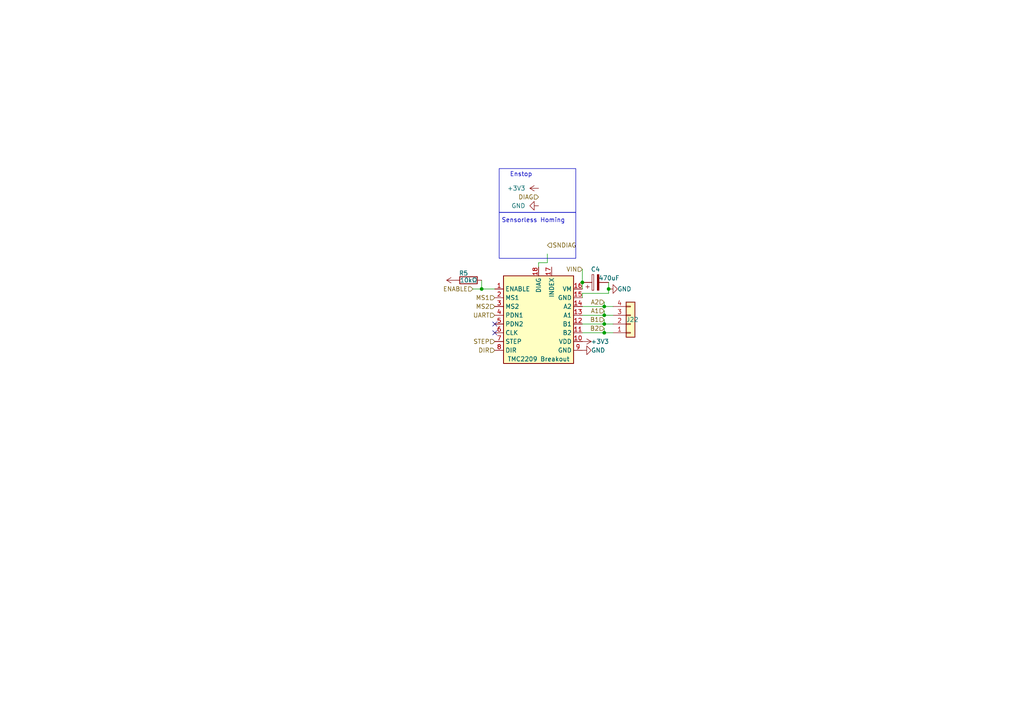
<source format=kicad_sch>
(kicad_sch (version 20250114) (generator "eeschema") (generator_version "9.0")
  (paper "A4")
  (lib_symbols
    (symbol "Connector_Generic:Conn_01x04" (pin_names (offset 1.016) (hide yes))
      (property "Reference" "J" (at 0 5.08 0))
      (property "Value" "Conn_01x04" (at 0 -7.62 0))
      (symbol "Conn_01x04_1_1"
        (rectangle (start -1.27 3.81) (end 1.27 -6.35) (stroke (width 0.254)) (fill (type background)))
        (rectangle (start -1.27 2.667) (end 0 2.413) (stroke (width 0.1524)))
        (rectangle (start -1.27 0.127) (end 0 -0.127) (stroke (width 0.1524)))
        (rectangle (start -1.27 -2.413) (end 0 -2.667) (stroke (width 0.1524)))
        (rectangle (start -1.27 -4.953) (end 0 -5.207) (stroke (width 0.1524)))
        (pin passive line (at -5.08 2.54 0) (length 3.81) (name "Pin_1") (number "1"))
        (pin passive line (at -5.08 0 0) (length 3.81) (name "Pin_2") (number "2"))
        (pin passive line (at -5.08 -2.54 0) (length 3.81) (name "Pin_3") (number "3"))
        (pin passive line (at -5.08 -5.08 0) (length 3.81) (name "Pin_4") (number "4"))
      )
    )
    (symbol "CustomSymbols:TMC2209 StepStick Breakout"
      (property "Reference" "M" (at 1.27 -3.81 0))
      (property "Value" "TMC2209 Breakout" (at 11.43 -7.62 0))
      (symbol "TMC2209 StepStick Breakout_0_1"
        (rectangle (start -7.62 16.51) (end 12.7 -8.89) (stroke (width 0.254)) (fill (type background)))
      )
      (symbol "TMC2209 StepStick Breakout_1_1"
        (pin input line (at -10.16 12.7 0) (length 2.54) (name "ENABLE") (number "1"))
        (pin input line (at -10.16 10.16 0) (length 2.54) (name "MS1") (number "2"))
        (pin input line (at -10.16 7.62 0) (length 2.54) (name "MS2") (number "3"))
        (pin output line (at -10.16 5.08 0) (length 2.54) (name "PDN1") (number "4"))
        (pin output line (at -10.16 2.54 0) (length 2.54) (name "PDN2") (number "5"))
        (pin input line (at -10.16 0 0) (length 2.54) (name "CLK") (number "6"))
        (pin input line (at -10.16 -2.54 0) (length 2.54) (name "STEP") (number "7"))
        (pin input line (at -10.16 -5.08 0) (length 2.54) (name "DIR") (number "8"))
        (pin output line (at 2.54 19.05 270) (length 2.54) (name "DIAG") (number "18"))
        (pin input line (at 6.35 19.05 270) (length 2.54) (name "INDEX") (number "17"))
        (pin input line (at 15.24 12.7 180) (length 2.54) (name "VM") (number "16"))
        (pin input line (at 15.24 10.16 180) (length 2.54) (name "GND") (number "15"))
        (pin output line (at 15.24 7.62 180) (length 2.54) (name "A2") (number "14"))
        (pin output line (at 15.24 5.08 180) (length 2.54) (name "A1") (number "13"))
        (pin output line (at 15.24 2.54 180) (length 2.54) (name "B1") (number "12"))
        (pin output line (at 15.24 0 180) (length 2.54) (name "B2") (number "11"))
        (pin input line (at 15.24 -2.54 180) (length 2.54) (name "VDD") (number "10"))
        (pin input line (at 15.24 -5.08 180) (length 2.54) (name "GND") (number "9"))
      )
    )
    (symbol "Device:C_Polarized" (pin_numbers (hide yes)) (pin_names (offset 0.254))
      (property "Reference" "C" (at 0.635 2.54 0))
      (property "Value" "C_Polarized" (at 0.635 -2.54 0))
      (symbol "C_Polarized_0_1"
        (rectangle (start -2.286 0.508) (end 2.286 1.016))
        (polyline (pts (xy -1.778 2.286) (xy -0.762 2.286)))
        (polyline (pts (xy -1.27 2.794) (xy -1.27 1.778)))
        (rectangle (start 2.286 -0.508) (end -2.286 -1.016) (fill (type outline)))
      )
      (symbol "C_Polarized_1_1"
        (pin passive line (at 0 3.81 270) (length 2.794) (name "~") (number "1"))
        (pin passive line (at 0 -3.81 90) (length 2.794) (name "~") (number "2"))
      )
    )
    (symbol "Device:R" (pin_numbers (hide yes)) (pin_names (offset 0))
      (property "Reference" "R" (at 2.032 0 90))
      (property "Value" "R" (at 0 0 90))
      (symbol "R_0_1"
        (rectangle (start -1.016 -2.54) (end 1.016 2.54) (stroke (width 0.254)))
      )
      (symbol "R_1_1"
        (pin passive line (at 0 3.81 270) (length 1.27) (name "~") (number "1"))
        (pin passive line (at 0 -3.81 90) (length 1.27) (name "~") (number "2"))
      )
    )
    (symbol "power:+3V3" (power) (pin_names (offset 0))
      (property "Value" "+3V3" (at 0 3.556 0))
      (symbol "+3V3_0_1"
        (polyline (pts (xy -0.762 1.27) (xy 0 2.54)))
        (polyline (pts (xy 0 2.54) (xy 0.762 1.27)))
        (polyline (pts (xy 0 0) (xy 0 2.54)))
      )
      (symbol "+3V3_1_1"
        (pin power_in line (at 0 0 90) (length 0) (hide yes) (name "+3V3") (number "1"))
      )
    )
    (symbol "power:GND" (power) (pin_names (offset 0))
      (property "Value" "GND" (at 0 -3.81 0))
      (symbol "GND_0_1"
        (polyline (pts (xy 0 0) (xy 0 -1.27) (xy 1.27 -1.27) (xy 0 -2.54) (xy -1.27 -1.27) (xy 0 -1.27)))
      )
      (symbol "GND_1_1"
        (pin power_in line (at 0 0 270) (length 0) (hide yes) (name "GND") (number "1"))
      )
    )
  )
  (rectangle (start 144.78 48.895) (end 167.005 61.595))
  (rectangle (start 144.78 61.595) (end 167.005 74.93))
  (text "Sensorless Homing" (at 154.686 64.008 0) (effects (font (size 1.27 1.27))))
  (text "Enstop" (at 151.13 50.673 0) (effects (font (size 1.27 1.27))))
  (junction (at 176.53 83.82))
  (junction (at 168.91 81.915))
  (junction (at 175.26 93.98))
  (junction (at 175.26 96.52))
  (junction (at 175.26 91.44))
  (junction (at 175.26 88.9))
  (junction (at 139.7 83.82))
  (no_connect (at 143.51 93.98))
  (no_connect (at 143.51 96.52))
  (wire (pts (xy 137.16 83.82) (xy 139.7 83.82)))
  (wire (pts (xy 168.91 91.44) (xy 175.26 91.44)))
  (wire (pts (xy 175.26 93.98) (xy 177.8 93.98)))
  (wire (pts (xy 168.91 78.105) (xy 168.91 81.915)))
  (wire (pts (xy 175.26 87.63) (xy 175.26 88.9)))
  (wire (pts (xy 175.26 88.9) (xy 177.8 88.9)))
  (wire (pts (xy 158.75 73.66) (xy 158.75 76.2)))
  (wire (pts (xy 175.26 92.71) (xy 175.26 93.98)))
  (wire (pts (xy 168.91 81.915) (xy 168.91 83.82)))
  (wire (pts (xy 168.91 85.09) (xy 168.91 86.36)))
  (wire (pts (xy 176.53 81.915) (xy 176.53 83.82)))
  (wire (pts (xy 139.7 83.82) (xy 143.51 83.82)))
  (wire (pts (xy 156.21 76.2) (xy 156.21 77.47)))
  (wire (pts (xy 176.53 85.09) (xy 168.91 85.09)))
  (wire (pts (xy 175.26 91.44) (xy 177.8 91.44)))
  (wire (pts (xy 175.26 90.17) (xy 175.26 91.44)))
  (wire (pts (xy 175.26 96.52) (xy 177.8 96.52)))
  (wire (pts (xy 176.53 83.82) (xy 176.53 85.09)))
  (wire (pts (xy 139.7 81.28) (xy 139.7 83.82)))
  (wire (pts (xy 168.91 96.52) (xy 175.26 96.52)))
  (wire (pts (xy 175.26 95.25) (xy 175.26 96.52)))
  (wire (pts (xy 168.91 93.98) (xy 175.26 93.98)))
  (wire (pts (xy 168.91 88.9) (xy 175.26 88.9)))
  (wire (pts (xy 158.75 76.2) (xy 156.21 76.2)))
  (hierarchical_label "DIR" (shape input) (at 143.51 101.6 180))
  (hierarchical_label "DIAG" (shape input) (at 156.21 57.15 180))
  (hierarchical_label "STEP" (shape input) (at 143.51 99.06 180))
  (hierarchical_label "MS2" (shape input) (at 143.51 88.9 180))
  (hierarchical_label "ENABLE" (shape input) (at 137.16 83.82 180))
  (hierarchical_label "MS1" (shape input) (at 143.51 86.36 180))
  (hierarchical_label "UART" (shape input) (at 143.51 91.44 180))
  (hierarchical_label "A1" (shape input) (at 175.26 90.17 180))
  (hierarchical_label "B2" (shape input) (at 175.26 95.25 180))
  (hierarchical_label "B1" (shape input) (at 175.26 92.71 180))
  (hierarchical_label "A2" (shape input) (at 175.26 87.63 180))
  (hierarchical_label "VIN" (shape input) (at 168.91 78.105 180))
  (hierarchical_label "SNDIAG" (shape input) (at 158.75 71.12 0))
  (symbol (lib_id "Connector_Generic:Conn_01x04") (at 182.88 93.98 0) (mirror x) (unit 1)
    (property "Reference" "J13" (at 181.61 92.71 0) (effects (justify left)))
    (property "Value" "Conn_01x04" (effects (hide yes)))
    (property "Footprint" "Connector_JST:JST_XH_B4B-XH-A_1x04_P2.50mm_Vertical" (effects (hide yes)))
    (instances (project "A1_MB" (path "" (reference "J22") (unit 1)) (path "" (reference "J13") (unit 1)) (path "" (reference "J16") (unit 1)) (path "" (reference "J19") (unit 1))))
  )
  (symbol (lib_id "Device:R") (at 135.89 81.28 270) (unit 1)
    (property "Reference" "R2" (at 133.096 79.248 90) (effects (justify left)))
    (property "Value" "10kΩ" (at 133.35 81.28 90) (effects (justify left)))
    (property "Footprint" "Resistor_THT:R_Axial_DIN0207_L6.3mm_D2.5mm_P10.16mm_Horizontal" (effects (hide yes)))
    (instances (project "A1_MB" (path "" (reference "R5") (unit 1)) (path "" (reference "R2") (unit 1)) (path "" (reference "R3") (unit 1)) (path "" (reference "R4") (unit 1))))
  )
  (symbol (lib_id "power:+3V3") (at 156.21 54.61 90) (mirror x) (unit 1)
    (property "Reference" "#PWR08" (effects (hide yes)))
    (property "Value" "+3V3" (at 152.4 54.61 90) (effects (justify left)))
    (instances (project "A1_MB" (path "" (reference "#PWR026") (unit 1)) (path "" (reference "#PWR08") (unit 1)) (path "" (reference "#PWR014") (unit 1)) (path "" (reference "#PWR020") (unit 1))))
  )
  (symbol (lib_id "power:GND") (at 168.91 101.6 90) (unit 1)
    (property "Reference" "#PWR011" (effects (hide yes)))
    (property "Value" "GND" (at 173.482 101.6 90))
    (instances (project "A1_MB" (path "" (reference "#PWR029") (unit 1)) (path "" (reference "#PWR011") (unit 1)) (path "" (reference "#PWR017") (unit 1)) (path "" (reference "#PWR023") (unit 1))))
  )
  (symbol (lib_id "power:GND") (at 176.53 83.82 90) (unit 1)
    (property "Reference" "#PWR012" (effects (hide yes)))
    (property "Value" "GND" (at 181.102 83.82 90))
    (instances (project "A1_MB" (path "" (reference "#PWR030") (unit 1)) (path "" (reference "#PWR012") (unit 1)) (path "" (reference "#PWR018") (unit 1)) (path "" (reference "#PWR024") (unit 1))))
  )
  (symbol (lib_id "Device:C_Polarized") (at 172.72 81.915 90) (unit 1)
    (property "Reference" "C1" (at 172.72 78.105 90))
    (property "Value" "470uF" (at 179.705 80.645 90) (effects (justify left)))
    (property "Footprint" "OpenA1K:Cap ~ 12.5, 2.5mm-7.5mm pitch" (effects (hide yes)))
    (instances (project "A1_MB" (path "" (reference "C4") (unit 1)) (path "" (reference "C1") (unit 1)) (path "" (reference "C2") (unit 1)) (path "" (reference "C3") (unit 1))))
  )
  (symbol (lib_id "CustomSymbols:TMC2209 StepStick Breakout") (at 153.67 96.52 0) (unit 1)
    (property "Reference" "M1" (effects (hide yes)))
    (property "Value" "TMC2209 Breakout" (at 156.21 104.14 0))
    (property "Footprint" "OpenA1K:TMC2209 Footprint" (effects (hide yes)))
    (instances (project "A1_MB" (path "" (reference "M4") (unit 1)) (path "" (reference "M1") (unit 1)) (path "" (reference "M2") (unit 1)) (path "" (reference "M3") (unit 1))))
  )
  (symbol (lib_id "power:+3V3") (at 168.91 99.06 270) (unit 1)
    (property "Reference" "#PWR010" (effects (hide yes)))
    (property "Value" "+3V3" (at 173.99 99.06 90))
    (instances (project "A1_MB" (path "" (reference "#PWR028") (unit 1)) (path "" (reference "#PWR010") (unit 1)) (path "" (reference "#PWR016") (unit 1)) (path "" (reference "#PWR022") (unit 1))))
  )
  (symbol (lib_id "power:+3V3") (at 132.08 81.28 90) (unit 1)
    (property "Reference" "#PWR07" (effects (hide yes)))
    (property "Value" "+3V3" (effects (hide yes)))
    (instances (project "A1_MB" (path "" (reference "#PWR025") (unit 1)) (path "" (reference "#PWR07") (unit 1)) (path "" (reference "#PWR013") (unit 1)) (path "" (reference "#PWR019") (unit 1))))
  )
  (symbol (lib_id "power:GND") (at 156.21 59.69 270) (mirror x) (unit 1)
    (property "Reference" "#PWR09" (effects (hide yes)))
    (property "Value" "GND" (at 152.4 59.69 90) (effects (justify right)))
    (instances (project "A1_MB" (path "" (reference "#PWR027") (unit 1)) (path "" (reference "#PWR09") (unit 1)) (path "" (reference "#PWR015") (unit 1)) (path "" (reference "#PWR021") (unit 1))))
  )
)
</source>
